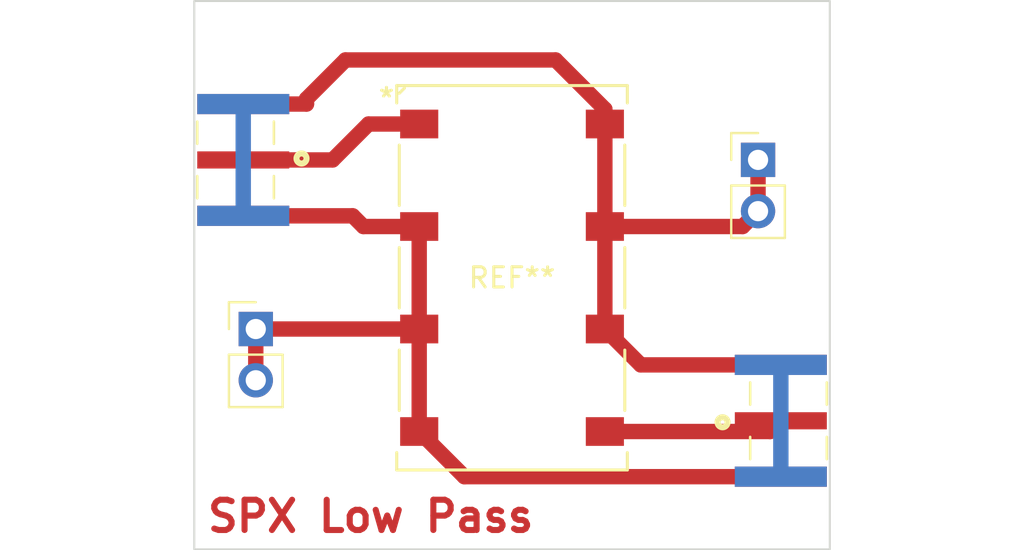
<source format=kicad_pcb>
(kicad_pcb (version 20221018) (generator pcbnew)
  (layers (0 "F.Cu" signal) (31 "B.Cu" signal) (34 "B.Paste" user) (35 "F.Paste" user) (36 "B.SilkS" user "B.Silkscreen") (37 "F.SilkS" user "F.Silkscreen") (38 "B.Mask" user) (39 "F.Mask" user) (44 "Edge.Cuts" user))
  (net 0 "")
  (footprint "SMA connectors:TAOGLAS_EMPCB.SMAFSTJ.B.HT" (layer "F.Cu") (at 100.1895 76.43 90)
    (fp_text reference "REF**" hide)
    (fp_text value "TAOGLAS_EMPCB.SMAFSTJ.B.HT" hide)
    (fp_line (start -1.9 -1.52) (end -0.8 -1.52) (stroke (width 0.127)) (layer "F.SilkS"))
    (fp_line (start -1.9 2.28) (end -0.8 2.28) (stroke (width 0.127)) (layer "F.SilkS"))
    (fp_line (start 0.8 -1.52) (end 1.9 -1.52) (stroke (width 0.127)) (layer "F.SilkS"))
    (fp_line (start 0.8 2.28) (end 1.9 2.28) (stroke (width 0.127)) (layer "F.SilkS"))
    (fp_circle (center -0.073 -2.888) (end 0.027 -2.888) (stroke (width 0.3)) (fill none) (layer "F.SilkS"))
    (pad "1" smd rect (at 0 0 90) (size 0.85 4.56) (layers "F.Cu" "F.Paste" "F.Mask"))
    (pad "SH1" smd rect (at -2.77 0 90) (size 1 4.56) (layers "F.Cu" "F.Paste" "F.Mask"))
    (pad "SH2" smd rect (at 2.77 0 90) (size 1 4.56) (layers "F.Cu" "F.Paste" "F.Mask"))
    (pad "SH3" smd rect (at -2.77 0 90) (size 1 4.56) (layers "B.Cu" "B.Paste" "B.Mask"))
    (pad "SH4" smd rect (at 2.77 0 90) (size 1 4.56) (layers "B.Cu" "B.Paste" "B.Mask"))
  )
  (footprint "SMA connectors:TAOGLAS_EMPCB.SMAFSTJ.B.HT" (layer "F.Cu") (at 73.5465 63.50275 -90)
    (fp_text reference "REF**" hide)
    (fp_text value "TAOGLAS_EMPCB.SMAFSTJ.B.HT" hide)
    (fp_line (start -1.9 -1.52) (end -0.8 -1.52) (stroke (width 0.127)) (layer "F.SilkS"))
    (fp_line (start -1.9 2.28) (end -0.8 2.28) (stroke (width 0.127)) (layer "F.SilkS"))
    (fp_line (start 0.8 -1.52) (end 1.9 -1.52) (stroke (width 0.127)) (layer "F.SilkS"))
    (fp_line (start 0.8 2.28) (end 1.9 2.28) (stroke (width 0.127)) (layer "F.SilkS"))
    (fp_circle (center -0.073 -2.888) (end 0.027 -2.888) (stroke (width 0.3)) (fill none) (layer "F.SilkS"))
    (pad "1" smd rect (at 0 0 270) (size 0.85 4.56) (layers "F.Cu" "F.Paste" "F.Mask"))
    (pad "SH1" smd rect (at -2.77 0 270) (size 1 4.56) (layers "F.Cu" "F.Paste" "F.Mask"))
    (pad "SH2" smd rect (at 2.77 0 270) (size 1 4.56) (layers "F.Cu" "F.Paste" "F.Mask"))
    (pad "SH3" smd rect (at -2.77 0 270) (size 1 4.56) (layers "B.Cu" "B.Paste" "B.Mask"))
    (pad "SH4" smd rect (at 2.77 0 270) (size 1 4.56) (layers "B.Cu" "B.Paste" "B.Mask"))
  )
  (footprint "Connector_PinHeader_2.54mm:PinHeader_1x02_P2.54mm_Vertical" (layer "F.Cu") (at 74.168 71.882)
    (fp_text reference "REF**" hide)
    (fp_text value "PinHeader_1x02_P2.54mm_Vertical" hide)
    (fp_line (start -1.33 -1.33) (end 0 -1.33) (stroke (width 0.12)) (layer "F.SilkS"))
    (fp_line (start -1.33 0) (end -1.33 -1.33) (stroke (width 0.12)) (layer "F.SilkS"))
    (fp_line (start -1.33 1.27) (end -1.33 3.87) (stroke (width 0.12)) (layer "F.SilkS"))
    (fp_line (start -1.33 1.27) (end 1.33 1.27) (stroke (width 0.12)) (layer "F.SilkS"))
    (fp_line (start -1.33 3.87) (end 1.33 3.87) (stroke (width 0.12)) (layer "F.SilkS"))
    (fp_line (start 1.33 1.27) (end 1.33 3.87) (stroke (width 0.12)) (layer "F.SilkS"))
    (pad "1" thru_hole rect (at 0 0) (size 1.7 1.7) (drill 1) (layers "*.Cu" "*.Mask"))
    (pad "2" thru_hole oval (at 0 2.54) (size 1.7 1.7) (drill 1) (layers "*.Cu" "*.Mask"))
  )
  (footprint "BPF:HF1139_MNC" (layer "F.Cu") (at 86.868 69.342)
    (fp_text reference "REF**" (at 0 0 unlocked) (layer "F.SilkS"))
    (fp_text value "HF1139_MNC")
    (fp_text user "*" (at -6.223 -8.89 unlocked) (layer "F.SilkS"))
    (fp_text user "*" (at -6.223 -8.89) (layer "F.SilkS"))
    (fp_line (start -5.715 -9.525) (end 5.715 -9.525) (stroke (width 0.1524)) (layer "F.SilkS"))
    (fp_line (start -5.715 -8.66394) (end -5.715 -9.525) (stroke (width 0.1524)) (layer "F.SilkS"))
    (fp_line (start -5.715 8.66394) (end -5.715 9.525) (stroke (width 0.1524)) (layer "F.SilkS"))
    (fp_line (start -5.715 9.525) (end 5.715 9.525) (stroke (width 0.1524)) (layer "F.SilkS"))
    (fp_line (start -5.588 -6.57606) (end -5.588 -3.58394) (stroke (width 0.1524)) (layer "F.SilkS"))
    (fp_line (start -5.588 -1.49606) (end -5.588 1.49606) (stroke (width 0.1524)) (layer "F.SilkS"))
    (fp_line (start -5.588 3.58394) (end -5.588 6.57606) (stroke (width 0.1524)) (layer "F.SilkS"))
    (fp_line (start -5.334 -9.398) (end -5.588 -9.144) (stroke (width 0.1524)) (layer "F.SilkS"))
    (fp_line (start 5.588 -6.57606) (end 5.588 -3.58394) (stroke (width 0.1524)) (layer "F.SilkS"))
    (fp_line (start 5.588 -1.49606) (end 5.588 1.49606) (stroke (width 0.1524)) (layer "F.SilkS"))
    (fp_line (start 5.588 3.58394) (end 5.588 6.57606) (stroke (width 0.1524)) (layer "F.SilkS"))
    (fp_line (start 5.715 -8.66394) (end 5.715 -9.525) (stroke (width 0.1524)) (layer "F.SilkS"))
    (fp_line (start 5.715 8.66394) (end 5.715 9.525) (stroke (width 0.1524)) (layer "F.SilkS"))
    (pad "1" smd rect (at -4.6007 -7.62) (size 1.889 1.4224) (layers "F.Cu" "F.Paste" "F.Mask"))
    (pad "2" smd rect (at 4.6007 -7.62) (size 1.889 1.4224) (layers "F.Cu" "F.Paste" "F.Mask"))
    (pad "3" smd rect (at -4.6007 -2.54) (size 1.889 1.4224) (layers "F.Cu" "F.Paste" "F.Mask"))
    (pad "4" smd rect (at 4.6007 -2.54) (size 1.889 1.4224) (layers "F.Cu" "F.Paste" "F.Mask"))
    (pad "5" smd rect (at -4.6007 2.54) (size 1.889 1.4224) (layers "F.Cu" "F.Paste" "F.Mask"))
    (pad "6" smd rect (at 4.6007 2.54) (size 1.889 1.4224) (layers "F.Cu" "F.Paste" "F.Mask"))
    (pad "7" smd rect (at -4.6007 7.62) (size 1.889 1.4224) (layers "F.Cu" "F.Paste" "F.Mask"))
    (pad "8" smd rect (at 4.6007 7.62) (size 1.889 1.4224) (layers "F.Cu" "F.Paste" "F.Mask"))
  )
  (footprint "Connector_PinHeader_2.54mm:PinHeader_1x02_P2.54mm_Vertical" (layer "F.Cu") (at 99.06 63.5)
    (fp_text reference "REF**" hide)
    (fp_text value "PinHeader_1x02_P2.54mm_Vertical" hide)
    (fp_line (start -1.33 -1.33) (end 0 -1.33) (stroke (width 0.12)) (layer "F.SilkS"))
    (fp_line (start -1.33 0) (end -1.33 -1.33) (stroke (width 0.12)) (layer "F.SilkS"))
    (fp_line (start -1.33 1.27) (end -1.33 3.87) (stroke (width 0.12)) (layer "F.SilkS"))
    (fp_line (start -1.33 1.27) (end 1.33 1.27) (stroke (width 0.12)) (layer "F.SilkS"))
    (fp_line (start -1.33 3.87) (end 1.33 3.87) (stroke (width 0.12)) (layer "F.SilkS"))
    (fp_line (start 1.33 1.27) (end 1.33 3.87) (stroke (width 0.12)) (layer "F.SilkS"))
    (pad "1" thru_hole rect (at 0 0) (size 1.7 1.7) (drill 1) (layers "*.Cu" "*.Mask"))
    (pad "2" thru_hole oval (at 0 2.54) (size 1.7 1.7) (drill 1) (layers "*.Cu" "*.Mask"))
  )
  (gr_rect (start 71.12 55.626) (end 102.616 82.804) (stroke (width 0.1)) (fill none) (layer "Edge.Cuts"))
  (gr_text "SPX Low Pass" (at 71.628 82.042) (layer "F.Cu") (effects (font (size 1.5 1.5) (thickness 0.3) bold) (justify left bottom)))
  (segment (start 100.1895 73.66) (end 93.2467 73.66) (width 0.762) (layer "F.Cu") (net 0))
  (segment (start 91.4687 61.722) (end 91.4687 66.802) (width 0.762) (layer "F.Cu") (net 0))
  (segment (start 91.4687 60.9887) (end 91.4687 61.722) (width 0.762) (layer "F.Cu") (net 0))
  (segment (start 79.502 66.802) (end 82.2673 66.802) (width 0.762) (layer "F.Cu") (net 0))
  (segment (start 91.4687 76.962) (end 99.6575 76.962) (width 0.762) (layer "F.Cu") (net 0))
  (segment (start 89.027 58.547) (end 91.4687 60.9887) (width 0.762) (layer "F.Cu") (net 0))
  (segment (start 82.2673 66.802) (end 82.2673 71.882) (width 0.762) (layer "F.Cu") (net 0))
  (segment (start 93.2467 73.66) (end 91.4687 71.882) (width 0.762) (layer "F.Cu") (net 0))
  (segment (start 82.2673 71.882) (end 74.168 71.882) (width 0.762) (layer "F.Cu") (net 0))
  (segment (start 77.97525 63.50275) (end 73.5465 63.50275) (width 0.762) (layer "F.Cu") (net 0))
  (segment (start 78.97275 66.27275) (end 79.502 66.802) (width 0.762) (layer "F.Cu") (net 0))
  (segment (start 100.1895 79.2) (end 84.5053 79.2) (width 0.762) (layer "F.Cu") (net 0))
  (segment (start 76.68125 60.47875) (end 78.613 58.547) (width 0.762) (layer "F.Cu") (net 0))
  (segment (start 91.4687 71.882) (end 91.4687 66.802) (width 0.762) (layer "F.Cu") (net 0))
  (segment (start 74.168 71.882) (end 74.168 74.422) (width 0.762) (layer "F.Cu") (net 0))
  (segment (start 98.298 66.802) (end 99.06 66.04) (width 0.762) (layer "F.Cu") (net 0))
  (segment (start 73.5465 60.73275) (end 76.68125 60.73275) (width 0.762) (layer "F.Cu") (net 0))
  (segment (start 91.4687 66.802) (end 98.298 66.802) (width 0.762) (layer "F.Cu") (net 0))
  (segment (start 73.5465 66.27275) (end 78.97275 66.27275) (width 0.762) (layer "F.Cu") (net 0))
  (segment (start 99.06 66.04) (end 99.06 63.5) (width 0.762) (layer "F.Cu") (net 0))
  (segment (start 76.68125 60.73275) (end 76.68125 60.47875) (width 0.762) (layer "F.Cu") (net 0))
  (segment (start 99.6575 76.962) (end 100.1895 76.43) (width 0.762) (layer "F.Cu") (net 0))
  (segment (start 79.756 61.722) (end 77.97525 63.50275) (width 0.762) (layer "F.Cu") (net 0))
  (segment (start 82.2673 76.962) (end 82.2673 71.882) (width 0.762) (layer "F.Cu") (net 0))
  (segment (start 84.5053 79.2) (end 82.2673 76.962) (width 0.762) (layer "F.Cu") (net 0))
  (segment (start 81.2673 61.722) (end 79.756 61.722) (width 0.762) (layer "F.Cu") (net 0))
  (segment (start 78.613 58.547) (end 89.027 58.547) (width 0.762) (layer "F.Cu") (net 0))
  (segment (start 100.1895 73.66) (end 100.1895 79.2) (width 0.762) (layer "B.Cu") (net 0))
  (segment (start 73.5465 60.73275) (end 73.5465 66.27275) (width 0.762) (layer "B.Cu") (net 0))
)
</source>
